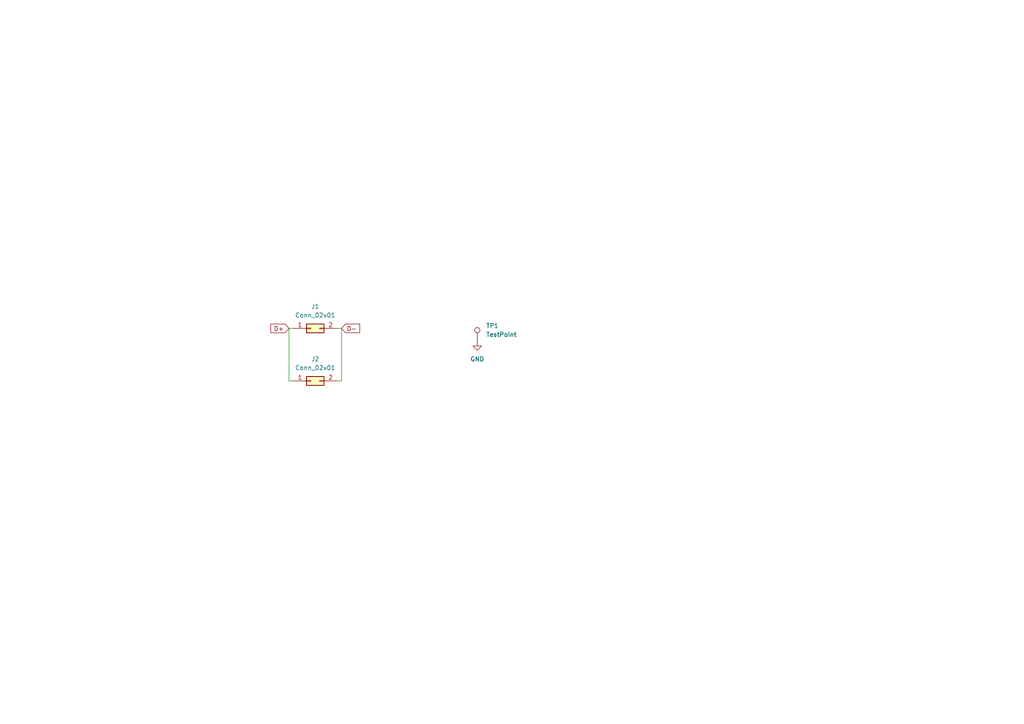
<source format=kicad_sch>
(kicad_sch (version 20231120) (generator "eeschema") (generator_version "8.0")
  (paper "A4")
  (lib_symbols
    (symbol "Connector:TestPoint" (pin_numbers hide) (pin_names (offset 0.762) hide)
      (property "Reference" "TP" (at 0 6.858 0))
      (property "Value" "TestPoint" (at 0 5.08 0))
      (symbol "TestPoint_0_1"
        (circle (center 0 3.302) (radius 0.762))
      )
      (symbol "TestPoint_1_1"
        (pin passive line (at 0 0 90) (length 2.54) (name "1") (number "1"))
      )
    )
    (symbol "Connector_Generic:Conn_02x01" (pin_names (offset 1.016) hide)
      (property "Reference" "J" (at 1.27 2.54 0))
      (property "Value" "Conn_02x01" (at 1.27 -2.54 0))
      (symbol "Conn_02x01_1_1"
        (rectangle (start -1.27 0.127) (end 0 -0.127) (stroke (width 0.1524)))
        (rectangle (start -1.27 1.27) (end 3.81 -1.27) (stroke (width 0.254)) (fill (type background)))
        (rectangle (start 3.81 0.127) (end 2.54 -0.127) (stroke (width 0.1524)))
        (pin passive line (at -5.08 0 0) (length 3.81) (name "Pin_1") (number "1"))
        (pin passive line (at 7.62 0 180) (length 3.81) (name "Pin_2") (number "2"))
      )
    )
    (symbol "power:GND" (power) (pin_numbers hide) (pin_names (offset 0) hide)
      (property "Value" "GND" (at 0 -3.81 0))
      (symbol "GND_0_1"
        (polyline (pts (xy 0 0) (xy 0 -1.27) (xy 1.27 -1.27) (xy 0 -2.54) (xy -1.27 -1.27) (xy 0 -1.27)))
      )
      (symbol "GND_1_1"
        (pin power_in line (at 0 0 270) (length 0) (name "~") (number "1"))
      )
    )
  )
  (wire (pts (xy 99.06 110.49) (xy 99.06 95.25)))
  (wire (pts (xy 83.82 110.49) (xy 85.09 110.49)))
  (wire (pts (xy 99.06 95.25) (xy 97.79 95.25)))
  (wire (pts (xy 83.82 95.25) (xy 83.82 110.49)))
  (wire (pts (xy 85.09 95.25) (xy 83.82 95.25)))
  (wire (pts (xy 97.79 110.49) (xy 99.06 110.49)))
  (global_label "D-" (shape input) (at 99.06 95.25 0) (property "Intersheetrefs" "${INTERSHEET_REFS}" (effects (hide yes))))
  (global_label "D+" (shape input) (at 83.82 95.25 180) (property "Intersheetrefs" "${INTERSHEET_REFS}" (effects (hide yes))))
  (symbol (lib_id "Connector_Generic:Conn_02x01") (at 90.17 95.25 0) (unit 1)
    (property "Reference" "J1" (at 91.44 88.9 0))
    (property "Value" "Conn_02x01" (at 91.44 91.44 0))
    (property "Footprint" "Connector_Samtec_MicroPower:Samtec_UMPS-02-XX.X-X-V-S_1x02_P2.0mm_Socket" (effects (hide yes)))
    (property "Description" "Generic connector, double row, 02x01, this symbol is compatible with counter-clockwise, top-bottom and odd-even numbering schemes., script generated (kicad-library-utils/schlib/autogen/connector/)" (effects (hide yes)))
  )
  (symbol (lib_id "Connector:TestPoint") (at 138.43 99.06 0) (unit 1)
    (property "Reference" "TP1" (at 140.97 94.4879 0) (effects (justify left)))
    (property "Value" "TestPoint" (at 140.97 97.0279 0) (effects (justify left)))
    (property "Footprint" "TestPoint:TestPoint_Pad_D1.0mm" (effects (hide yes)))
    (property "Description" "test point" (effects (hide yes)))
  )
  (symbol (lib_id "Connector_Generic:Conn_02x01") (at 90.17 110.49 0) (unit 1)
    (property "Reference" "J2" (at 91.44 104.14 0))
    (property "Value" "Conn_02x01" (at 91.44 106.68 0))
    (property "Footprint" "Connector_Samtec_MicroPower:Samtec_UMPS-02-XX.X-X-V-S_1x02_P2.0mm_Socket" (effects (hide yes)))
    (property "Description" "Generic connector, double row, 02x01, this symbol is compatible with counter-clockwise, top-bottom and odd-even numbering schemes., script generated (kicad-library-utils/schlib/autogen/connector/)" (effects (hide yes)))
  )
  (symbol (lib_id "power:GND") (at 138.43 99.06 0) (unit 1)
    (property "Reference" "#PWR01" (effects (hide yes)))
    (property "Value" "GND" (at 138.43 104.14 0))
    (property "Description" "Power symbol creates a global label with name \"GND\" , ground" (effects (hide yes)))
  )
)
</source>
